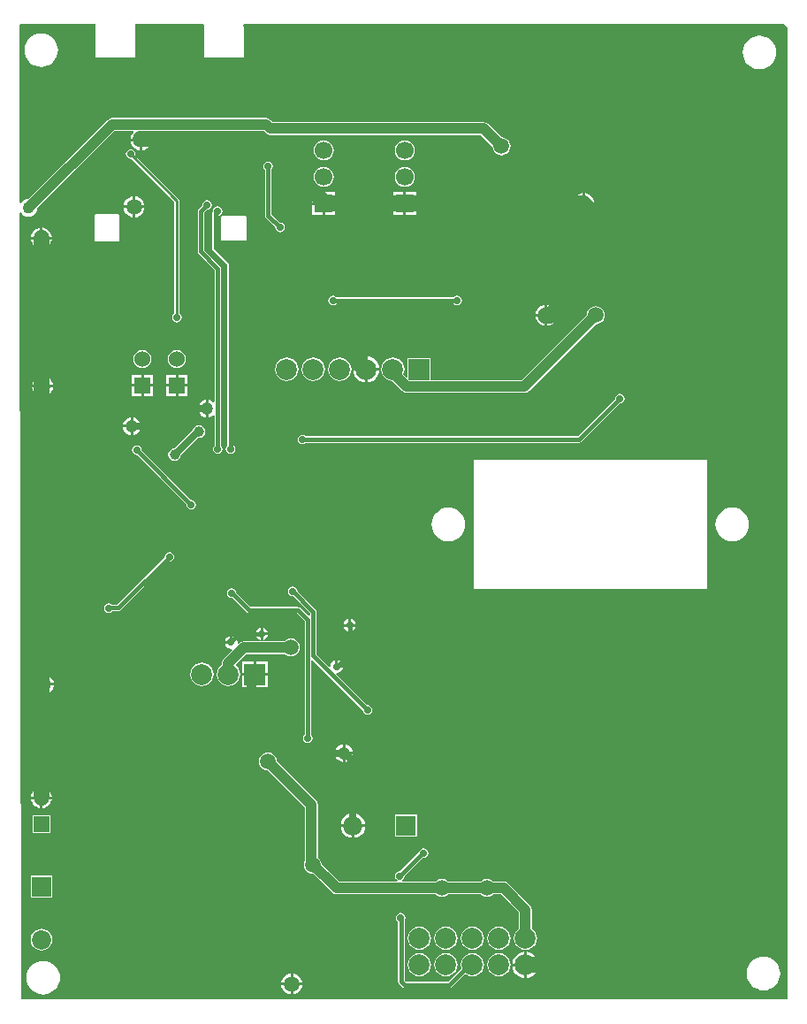
<source format=gbl>
%FSLAX25Y25*%
%MOIN*%
G70*
G01*
G75*
G04 Layer_Physical_Order=2*
G04 Layer_Color=16711680*
%ADD10R,0.04921X0.04921*%
%ADD11R,0.03150X0.03150*%
%ADD12R,0.31496X0.08661*%
%ADD13R,0.06299X0.08583*%
%ADD14R,0.02362X0.07874*%
%ADD15R,0.04921X0.04921*%
%ADD16R,0.02362X0.05906*%
%ADD17R,0.04921X0.04331*%
%ADD18R,0.03150X0.03150*%
%ADD19R,0.07874X0.03937*%
G04:AMPARAMS|DCode=20|XSize=78.74mil|YSize=39.37mil|CornerRadius=9.84mil|HoleSize=0mil|Usage=FLASHONLY|Rotation=0.000|XOffset=0mil|YOffset=0mil|HoleType=Round|Shape=RoundedRectangle|*
%AMROUNDEDRECTD20*
21,1,0.07874,0.01969,0,0,0.0*
21,1,0.05906,0.03937,0,0,0.0*
1,1,0.01969,0.02953,-0.00984*
1,1,0.01969,-0.02953,-0.00984*
1,1,0.01969,-0.02953,0.00984*
1,1,0.01969,0.02953,0.00984*
%
%ADD20ROUNDEDRECTD20*%
%ADD21R,0.07874X0.03543*%
%ADD22R,0.02756X0.07874*%
%ADD23R,0.03150X0.07874*%
%ADD24R,0.05276X0.07087*%
%ADD25R,0.03937X0.04921*%
%ADD26R,0.06102X0.02362*%
%ADD27O,0.06102X0.02362*%
%ADD28C,0.03937*%
%ADD29C,0.01575*%
%ADD30C,0.01000*%
%ADD31C,0.05906*%
%ADD32C,0.02362*%
%ADD33C,0.03150*%
%ADD34C,0.02756*%
%ADD35C,0.06000*%
%ADD36R,0.06000X0.06000*%
%ADD37R,0.07284X0.07284*%
%ADD38C,0.07284*%
%ADD39R,0.07284X0.07284*%
%ADD40C,0.07874*%
%ADD41C,0.06693*%
%ADD42R,0.06693X0.06693*%
%ADD43R,0.07874X0.07874*%
%ADD44C,0.05906*%
%ADD45R,0.05906X0.05906*%
%ADD46C,0.04724*%
%ADD47C,0.02756*%
%ADD48C,0.03937*%
%ADD49C,0.04331*%
G36*
X289764Y366535D02*
Y394D01*
X289764Y394D01*
X289764Y394D01*
X289601Y0D01*
X787D01*
X152Y296544D01*
X498Y296687D01*
X626Y296730D01*
X1157Y296039D01*
X1856Y295502D01*
X2670Y295165D01*
X3543Y295050D01*
X4417Y295165D01*
X5231Y295502D01*
X5930Y296039D01*
X6466Y296738D01*
X6804Y297552D01*
X6914Y298390D01*
X36037Y327513D01*
X43062D01*
X43223Y327039D01*
X43075Y326925D01*
X42441Y326100D01*
X42043Y325138D01*
X41973Y324606D01*
X49815D01*
X49745Y325138D01*
X49346Y326100D01*
X48713Y326925D01*
X48564Y327039D01*
X48725Y327513D01*
X92132D01*
X93002Y326643D01*
X93783Y326121D01*
X93783Y326121D01*
X93783Y326121D01*
D01*
X93783Y326121D01*
X93783Y326121D01*
X94705Y325938D01*
X174199D01*
X178519Y321618D01*
X178629Y320780D01*
X178967Y319966D01*
X179503Y319267D01*
X180202Y318730D01*
X181016Y318393D01*
X181890Y318278D01*
X182763Y318393D01*
X183577Y318730D01*
X184276Y319267D01*
X184813Y319966D01*
X185150Y320780D01*
X185265Y321654D01*
X185150Y322527D01*
X184813Y323341D01*
X184276Y324040D01*
X183577Y324577D01*
X182763Y324914D01*
X181925Y325024D01*
X176900Y330049D01*
X176119Y330572D01*
X175197Y330755D01*
X95702D01*
X94833Y331624D01*
X94052Y332146D01*
X93130Y332330D01*
X35039D01*
X34118Y332146D01*
X33336Y331624D01*
X3508Y301796D01*
X2670Y301686D01*
X1856Y301348D01*
X1157Y300812D01*
X620Y300113D01*
X144Y300310D01*
X1Y367363D01*
X354Y367717D01*
X28631D01*
X28833Y367231D01*
D01*
D01*
X28708Y366929D01*
Y355512D01*
X28833Y355210D01*
X29134Y355086D01*
X43307D01*
X43608Y355210D01*
X43733Y355512D01*
Y366929D01*
X43608Y367230D01*
Y367231D01*
Y367231D01*
X43810Y367717D01*
X69576D01*
X69777Y367231D01*
D01*
D01*
X69653Y366929D01*
Y355512D01*
X69777Y355210D01*
X70079Y355086D01*
X84252D01*
X84553Y355210D01*
X84678Y355512D01*
Y366929D01*
X84553Y367230D01*
Y367231D01*
Y367231D01*
X84755Y367717D01*
X288583D01*
X289764Y366535D01*
D02*
G37*
%LPC*%
G36*
X93831Y127543D02*
X89394D01*
Y123106D01*
X93831D01*
Y127543D01*
D02*
G37*
G36*
X120185Y127916D02*
Y126091D01*
X122010D01*
X121925Y126518D01*
X121399Y127305D01*
X120613Y127831D01*
X120185Y127916D01*
D02*
G37*
G36*
X10343Y122223D02*
Y119398D01*
X13168D01*
X13118Y119775D01*
X12779Y120593D01*
X12241Y121296D01*
X11538Y121835D01*
X10720Y122173D01*
X10343Y122223D01*
D02*
G37*
G36*
X88394Y127543D02*
X83957D01*
Y123106D01*
X88394D01*
Y127543D01*
D02*
G37*
G36*
X91024Y137421D02*
X89198D01*
X89284Y136993D01*
X89809Y136207D01*
X90596Y135681D01*
X91024Y135596D01*
Y137421D01*
D02*
G37*
G36*
X93849D02*
X92024D01*
Y135596D01*
X92451Y135681D01*
X93238Y136207D01*
X93764Y136993D01*
X93849Y137421D01*
D02*
G37*
G36*
X80421Y136971D02*
Y134646D01*
X79921D01*
Y134146D01*
X77596D01*
X77681Y133718D01*
X78207Y132931D01*
X78993Y132406D01*
X79921Y132221D01*
X80153Y132267D01*
X80389Y131826D01*
X77191Y128628D01*
X76669Y127847D01*
X76485Y126925D01*
Y126217D01*
X75805Y125695D01*
X75111Y124790D01*
X74674Y123737D01*
X74526Y122606D01*
X74674Y121476D01*
X75111Y120422D01*
X75805Y119518D01*
X76710Y118823D01*
X77763Y118387D01*
X78894Y118238D01*
X80024Y118387D01*
X81078Y118823D01*
X81982Y119518D01*
X82677Y120422D01*
X83113Y121476D01*
X83262Y122606D01*
X83113Y123737D01*
X82677Y124790D01*
X81982Y125695D01*
X81767Y125861D01*
X81734Y126359D01*
X85643Y130269D01*
X100258D01*
X100801Y129852D01*
X101615Y129515D01*
X102488Y129400D01*
X103362Y129515D01*
X104176Y129852D01*
X104875Y130389D01*
X105411Y131088D01*
X105748Y131902D01*
X105863Y132776D01*
X105748Y133649D01*
X105411Y134463D01*
X104875Y135162D01*
X104176Y135699D01*
X103362Y136036D01*
X102488Y136151D01*
X101615Y136036D01*
X100801Y135699D01*
X100101Y135162D01*
X100043Y135086D01*
X92008D01*
X92007Y135086D01*
X91040D01*
X91040Y135086D01*
X84646D01*
X83724Y134902D01*
X82943Y134380D01*
X82741Y134178D01*
X82300Y134414D01*
X82346Y134646D01*
X82161Y135573D01*
X81636Y136360D01*
X80849Y136886D01*
X80421Y136971D01*
D02*
G37*
G36*
X79421D02*
X78993Y136886D01*
X78207Y136360D01*
X77681Y135573D01*
X77596Y135146D01*
X79421D01*
Y136971D01*
D02*
G37*
G36*
X9342Y118398D02*
X6517D01*
X6567Y118020D01*
X6906Y117202D01*
X7445Y116500D01*
X8147Y115961D01*
X8965Y115622D01*
X9342Y115572D01*
Y118398D01*
D02*
G37*
G36*
X13168D02*
X10343D01*
Y115572D01*
X10720Y115622D01*
X11538Y115961D01*
X12241Y116500D01*
X12779Y117202D01*
X13118Y118020D01*
X13168Y118398D01*
D02*
G37*
G36*
X121941Y96239D02*
X121563Y96189D01*
X120745Y95850D01*
X120043Y95311D01*
X119504Y94609D01*
X119165Y93791D01*
X119116Y93413D01*
X121941D01*
Y96239D01*
D02*
G37*
G36*
X122941D02*
Y93413D01*
X125766D01*
X125717Y93791D01*
X125378Y94609D01*
X124839Y95311D01*
X124136Y95850D01*
X123319Y96189D01*
X122941Y96239D01*
D02*
G37*
G36*
X68894Y126974D02*
X67763Y126825D01*
X66710Y126389D01*
X65805Y125695D01*
X65111Y124790D01*
X64675Y123737D01*
X64526Y122606D01*
X64675Y121476D01*
X65111Y120422D01*
X65805Y119518D01*
X66710Y118823D01*
X67763Y118387D01*
X68894Y118238D01*
X70024Y118387D01*
X71078Y118823D01*
X71982Y119518D01*
X72677Y120422D01*
X73113Y121476D01*
X73262Y122606D01*
X73113Y123737D01*
X72677Y124790D01*
X71982Y125695D01*
X71078Y126389D01*
X70024Y126825D01*
X68894Y126974D01*
D02*
G37*
G36*
X9342Y122223D02*
X8965Y122173D01*
X8147Y121835D01*
X7445Y121296D01*
X6906Y120593D01*
X6567Y119775D01*
X6517Y119398D01*
X9342D01*
Y122223D01*
D02*
G37*
G36*
X88394Y122106D02*
X83957D01*
Y117669D01*
X88394D01*
Y122106D01*
D02*
G37*
G36*
X93831D02*
X89394D01*
Y117669D01*
X93831D01*
Y122106D01*
D02*
G37*
G36*
X268898Y185464D02*
X267663Y185342D01*
X266475Y184982D01*
X265381Y184397D01*
X264422Y183610D01*
X263635Y182650D01*
X263050Y181556D01*
X262690Y180369D01*
X262568Y179134D01*
X262690Y177899D01*
X263050Y176712D01*
X263635Y175617D01*
X264422Y174658D01*
X265381Y173871D01*
X266475Y173286D01*
X267663Y172926D01*
X268898Y172804D01*
X270132Y172926D01*
X271320Y173286D01*
X272414Y173871D01*
X273373Y174658D01*
X274161Y175617D01*
X274745Y176712D01*
X275106Y177899D01*
X275227Y179134D01*
X275106Y180369D01*
X274745Y181556D01*
X274161Y182650D01*
X273373Y183610D01*
X272414Y184397D01*
X271320Y184982D01*
X270132Y185342D01*
X268898Y185464D01*
D02*
G37*
G36*
X44394Y208913D02*
X43702Y208775D01*
X43116Y208384D01*
X42725Y207798D01*
X42587Y207106D01*
X42725Y206415D01*
X43116Y205829D01*
X43702Y205437D01*
X44394Y205300D01*
X44480Y205317D01*
X63104Y186693D01*
X63087Y186606D01*
X63225Y185915D01*
X63616Y185329D01*
X64202Y184937D01*
X64894Y184800D01*
X65585Y184937D01*
X66171Y185329D01*
X66563Y185915D01*
X66700Y186606D01*
X66563Y187298D01*
X66171Y187884D01*
X65585Y188275D01*
X64894Y188413D01*
X64807Y188396D01*
X46183Y207020D01*
X46200Y207106D01*
X46063Y207798D01*
X45671Y208384D01*
X45085Y208775D01*
X44394Y208913D01*
D02*
G37*
G36*
X56626Y168728D02*
X55935Y168590D01*
X55349Y168199D01*
X54957Y167613D01*
X54820Y166921D01*
X54837Y166835D01*
X36844Y148842D01*
X35112D01*
X35069Y148907D01*
X34483Y149299D01*
X33791Y149436D01*
X33100Y149299D01*
X32514Y148907D01*
X32122Y148321D01*
X31985Y147630D01*
X32122Y146939D01*
X32514Y146353D01*
X33100Y145961D01*
X33791Y145824D01*
X34483Y145961D01*
X35069Y146353D01*
X35123Y146434D01*
X37343D01*
X37343Y146433D01*
X37803Y146525D01*
X38194Y146786D01*
X56540Y165132D01*
X56626Y165115D01*
X57317Y165252D01*
X57903Y165644D01*
X58295Y166230D01*
X58432Y166921D01*
X58295Y167613D01*
X57903Y168199D01*
X57317Y168590D01*
X56626Y168728D01*
D02*
G37*
G36*
X161811Y185464D02*
X160576Y185342D01*
X159389Y184982D01*
X158294Y184397D01*
X157335Y183610D01*
X156548Y182650D01*
X155963Y181556D01*
X155603Y180369D01*
X155481Y179134D01*
X155603Y177899D01*
X155963Y176712D01*
X156548Y175617D01*
X157335Y174658D01*
X158294Y173871D01*
X159389Y173286D01*
X160576Y172926D01*
X161811Y172804D01*
X163046Y172926D01*
X164233Y173286D01*
X165328Y173871D01*
X166287Y174658D01*
X167074Y175617D01*
X167659Y176712D01*
X168019Y177899D01*
X168141Y179134D01*
X168019Y180369D01*
X167659Y181556D01*
X167074Y182650D01*
X166287Y183610D01*
X165328Y184397D01*
X164233Y184982D01*
X163046Y185342D01*
X161811Y185464D01*
D02*
G37*
G36*
X42020Y215642D02*
X39194D01*
X39244Y215264D01*
X39583Y214446D01*
X40122Y213744D01*
X40824Y213205D01*
X41642Y212866D01*
X42020Y212816D01*
Y215642D01*
D02*
G37*
G36*
X45845D02*
X43020D01*
Y212816D01*
X43397Y212866D01*
X44215Y213205D01*
X44918Y213744D01*
X45456Y214446D01*
X45795Y215264D01*
X45845Y215642D01*
D02*
G37*
G36*
X74803Y299050D02*
X74112Y298913D01*
X73526Y298521D01*
X73134Y297935D01*
X72997Y297244D01*
X73025Y297100D01*
X72903Y296918D01*
X72812Y296457D01*
X72812Y296457D01*
Y283416D01*
X72812Y283416D01*
X72903Y282956D01*
X73164Y282565D01*
X78508Y277221D01*
Y208932D01*
X78435Y208884D01*
X78044Y208298D01*
X77906Y207606D01*
X78044Y206915D01*
X78435Y206329D01*
X79021Y205937D01*
X79713Y205800D01*
X80404Y205937D01*
X80990Y206329D01*
X81381Y206915D01*
X81519Y207606D01*
X81381Y208298D01*
X80990Y208884D01*
X80917Y208932D01*
Y277719D01*
X80825Y278180D01*
X80564Y278571D01*
X80564Y278571D01*
X75220Y283915D01*
Y295521D01*
X75494Y295575D01*
X76080Y295967D01*
X76472Y296553D01*
X76609Y297244D01*
X76472Y297935D01*
X76080Y298521D01*
X75494Y298913D01*
X74803Y299050D01*
D02*
G37*
G36*
X67716Y216582D02*
X66795Y216398D01*
X66013Y215876D01*
X65491Y215095D01*
X65442Y214847D01*
X58479Y207884D01*
X57740Y207737D01*
X56958Y207215D01*
X56436Y206434D01*
X56253Y205512D01*
X56436Y204590D01*
X56958Y203809D01*
X57740Y203287D01*
X58661Y203103D01*
X59583Y203287D01*
X60365Y203809D01*
X60887Y204590D01*
X61034Y205329D01*
X67510Y211806D01*
X67716Y211765D01*
X68638Y211948D01*
X69420Y212470D01*
X69942Y213251D01*
X70125Y214173D01*
X69942Y215095D01*
X69420Y215876D01*
X68638Y216398D01*
X67716Y216582D01*
D02*
G37*
G36*
X124094Y140571D02*
X122269D01*
X122354Y140143D01*
X122880Y139357D01*
X123667Y138831D01*
X124094Y138746D01*
Y140571D01*
D02*
G37*
G36*
X126920D02*
X125094D01*
Y138746D01*
X125522Y138831D01*
X126309Y139357D01*
X126834Y140143D01*
X126920Y140571D01*
D02*
G37*
G36*
X91024Y140246D02*
X90596Y140161D01*
X89809Y139636D01*
X89284Y138849D01*
X89198Y138421D01*
X91024D01*
Y140246D01*
D02*
G37*
G36*
X92024D02*
Y138421D01*
X93849D01*
X93764Y138849D01*
X93238Y139636D01*
X92451Y140161D01*
X92024Y140246D01*
D02*
G37*
G36*
X103150Y155743D02*
X102458Y155606D01*
X101872Y155214D01*
X101481Y154628D01*
X101343Y153937D01*
X101481Y153246D01*
X101872Y152660D01*
X102458Y152268D01*
X103150Y152131D01*
X103236Y152148D01*
X109611Y145773D01*
Y144714D01*
X109149Y144523D01*
X105970Y147702D01*
X105579Y147963D01*
X105118Y148055D01*
X105118Y148055D01*
X87113D01*
X81909Y153258D01*
X81913Y153276D01*
X81775Y153967D01*
X81384Y154553D01*
X80798Y154945D01*
X80106Y155082D01*
X79415Y154945D01*
X78829Y154553D01*
X78437Y153967D01*
X78300Y153276D01*
X78437Y152584D01*
X78829Y151998D01*
X79415Y151607D01*
X80106Y151469D01*
X80261Y151500D01*
X85763Y145999D01*
X86153Y145738D01*
X86614Y145646D01*
X86614Y145646D01*
X104619D01*
X107642Y142623D01*
Y99877D01*
X107569Y99828D01*
X107178Y99242D01*
X107040Y98551D01*
X107178Y97860D01*
X107569Y97274D01*
X108155Y96882D01*
X108846Y96745D01*
X109538Y96882D01*
X110124Y97274D01*
X110515Y97860D01*
X110653Y98551D01*
X110515Y99242D01*
X110124Y99828D01*
X110051Y99877D01*
Y128061D01*
X110513Y128253D01*
X129498Y109267D01*
X129481Y109181D01*
X129619Y108490D01*
X130010Y107904D01*
X130596Y107512D01*
X131287Y107375D01*
X131979Y107512D01*
X132565Y107904D01*
X132956Y108490D01*
X133094Y109181D01*
X132956Y109872D01*
X132565Y110458D01*
X131979Y110850D01*
X131287Y110987D01*
X131201Y110970D01*
X119446Y122726D01*
X119682Y123167D01*
X119685Y123166D01*
X120613Y123351D01*
X121399Y123876D01*
X121925Y124663D01*
X122010Y125091D01*
X119685D01*
Y125591D01*
X119185D01*
Y127916D01*
X118757Y127831D01*
X117971Y127305D01*
X117445Y126518D01*
X117261Y125591D01*
X117261Y125587D01*
X116820Y125351D01*
X112019Y130152D01*
Y146272D01*
X112019Y146272D01*
X111927Y146732D01*
X111667Y147123D01*
X111667Y147123D01*
X104939Y153851D01*
X104956Y153937D01*
X104818Y154628D01*
X104427Y155214D01*
X103841Y155606D01*
X103150Y155743D01*
D02*
G37*
G36*
X259449Y203543D02*
X171260D01*
Y154724D01*
X259449D01*
Y203543D01*
D02*
G37*
G36*
X124094Y143396D02*
X123667Y143311D01*
X122880Y142785D01*
X122354Y141999D01*
X122269Y141571D01*
X124094D01*
Y143396D01*
D02*
G37*
G36*
X125094D02*
Y141571D01*
X126920D01*
X126834Y141999D01*
X126309Y142785D01*
X125522Y143311D01*
X125094Y143396D01*
D02*
G37*
G36*
X125766Y92413D02*
X122941D01*
Y89588D01*
X123319Y89638D01*
X124136Y89977D01*
X124839Y90515D01*
X125378Y91218D01*
X125717Y92036D01*
X125766Y92413D01*
D02*
G37*
G36*
X143886Y32641D02*
X143195Y32504D01*
X142608Y32112D01*
X142217Y31526D01*
X142079Y30835D01*
X142217Y30143D01*
X142608Y29557D01*
X142890Y29369D01*
Y6693D01*
X142890Y6693D01*
X142982Y6232D01*
X143243Y5841D01*
X144424Y4660D01*
X144424Y4660D01*
X144815Y4399D01*
X144815Y4399D01*
X144815Y4399D01*
D01*
X144815Y4399D01*
X144815Y4399D01*
X145276Y4308D01*
X145276Y4308D01*
X162205D01*
X162205Y4308D01*
X162666Y4399D01*
X163056Y4660D01*
X168149Y9753D01*
X168710Y9323D01*
X169763Y8887D01*
X170894Y8738D01*
X172024Y8887D01*
X173078Y9323D01*
X173982Y10018D01*
X174677Y10922D01*
X175113Y11976D01*
X175262Y13106D01*
X175113Y14237D01*
X174677Y15290D01*
X173982Y16195D01*
X173078Y16889D01*
X172024Y17325D01*
X170894Y17474D01*
X169763Y17325D01*
X168710Y16889D01*
X167805Y16195D01*
X167111Y15290D01*
X166674Y14237D01*
X166526Y13106D01*
X166674Y11976D01*
X166760Y11770D01*
X161706Y6716D01*
X145774D01*
X145299Y7192D01*
Y29760D01*
X145555Y30143D01*
X145692Y30835D01*
X145555Y31526D01*
X145163Y32112D01*
X144577Y32504D01*
X143886Y32641D01*
D02*
G37*
G36*
X180894Y17474D02*
X179763Y17325D01*
X178710Y16889D01*
X177805Y16195D01*
X177111Y15290D01*
X176674Y14237D01*
X176526Y13106D01*
X176674Y11976D01*
X177111Y10922D01*
X177805Y10018D01*
X178710Y9323D01*
X179763Y8887D01*
X180894Y8738D01*
X182024Y8887D01*
X183078Y9323D01*
X183982Y10018D01*
X184677Y10922D01*
X185113Y11976D01*
X185262Y13106D01*
X185113Y14237D01*
X184677Y15290D01*
X183982Y16195D01*
X183078Y16889D01*
X182024Y17325D01*
X180894Y17474D01*
D02*
G37*
G36*
X150894D02*
X149763Y17325D01*
X148710Y16889D01*
X147805Y16195D01*
X147111Y15290D01*
X146675Y14237D01*
X146526Y13106D01*
X146675Y11976D01*
X147111Y10922D01*
X147805Y10018D01*
X148710Y9323D01*
X149763Y8887D01*
X150894Y8738D01*
X152024Y8887D01*
X153078Y9323D01*
X153982Y10018D01*
X154677Y10922D01*
X155113Y11976D01*
X155262Y13106D01*
X155113Y14237D01*
X154677Y15290D01*
X153982Y16195D01*
X153078Y16889D01*
X152024Y17325D01*
X150894Y17474D01*
D02*
G37*
G36*
X160894D02*
X159763Y17325D01*
X158710Y16889D01*
X157805Y16195D01*
X157111Y15290D01*
X156675Y14237D01*
X156526Y13106D01*
X156675Y11976D01*
X157111Y10922D01*
X157805Y10018D01*
X158710Y9323D01*
X159763Y8887D01*
X160894Y8738D01*
X162024Y8887D01*
X163078Y9323D01*
X163982Y10018D01*
X164677Y10922D01*
X165113Y11976D01*
X165262Y13106D01*
X165113Y14237D01*
X164677Y15290D01*
X163982Y16195D01*
X163078Y16889D01*
X162024Y17325D01*
X160894Y17474D01*
D02*
G37*
G36*
X8394Y26676D02*
X7340Y26538D01*
X6359Y26131D01*
X5516Y25484D01*
X4869Y24641D01*
X4462Y23660D01*
X4323Y22606D01*
X4462Y21553D01*
X4869Y20571D01*
X5516Y19728D01*
X6359Y19081D01*
X7340Y18675D01*
X8394Y18536D01*
X9447Y18675D01*
X10429Y19081D01*
X11272Y19728D01*
X11919Y20571D01*
X12325Y21553D01*
X12464Y22606D01*
X12325Y23660D01*
X11919Y24641D01*
X11272Y25484D01*
X10429Y26131D01*
X9447Y26538D01*
X8394Y26676D01*
D02*
G37*
G36*
X150894Y27474D02*
X149763Y27325D01*
X148710Y26889D01*
X147805Y26195D01*
X147111Y25290D01*
X146675Y24237D01*
X146526Y23106D01*
X146675Y21976D01*
X147111Y20922D01*
X147805Y20018D01*
X148710Y19323D01*
X149763Y18887D01*
X150894Y18738D01*
X152024Y18887D01*
X153078Y19323D01*
X153982Y20018D01*
X154677Y20922D01*
X155113Y21976D01*
X155262Y23106D01*
X155113Y24237D01*
X154677Y25290D01*
X153982Y26195D01*
X153078Y26889D01*
X152024Y27325D01*
X150894Y27474D01*
D02*
G37*
G36*
X190394Y18020D02*
X189605Y17916D01*
X188404Y17419D01*
X187373Y16627D01*
X186581Y15596D01*
X186084Y14395D01*
X185980Y13606D01*
X190394D01*
Y18020D01*
D02*
G37*
G36*
X191394D02*
Y13606D01*
X195808D01*
X195704Y14395D01*
X195206Y15596D01*
X194415Y16627D01*
X193384Y17419D01*
X192183Y17916D01*
X191394Y18020D01*
D02*
G37*
G36*
X106677Y5406D02*
X103256D01*
Y1984D01*
X103788Y2055D01*
X104749Y2453D01*
X105575Y3086D01*
X106209Y3912D01*
X106607Y4874D01*
X106677Y5406D01*
D02*
G37*
G36*
X280709Y16172D02*
X279474Y16051D01*
X278286Y15690D01*
X277192Y15105D01*
X276233Y14318D01*
X275446Y13359D01*
X274861Y12265D01*
X274501Y11077D01*
X274379Y9843D01*
X274501Y8608D01*
X274861Y7420D01*
X275446Y6326D01*
X276233Y5367D01*
X277192Y4580D01*
X278286Y3995D01*
X279474Y3634D01*
X280709Y3513D01*
X281943Y3634D01*
X283131Y3995D01*
X284225Y4580D01*
X285184Y5367D01*
X285972Y6326D01*
X286557Y7420D01*
X286917Y8608D01*
X287038Y9843D01*
X286917Y11077D01*
X286557Y12265D01*
X285972Y13359D01*
X285184Y14318D01*
X284225Y15105D01*
X283131Y15690D01*
X281943Y16051D01*
X280709Y16172D01*
D02*
G37*
G36*
X9055Y14597D02*
X7820Y14476D01*
X6633Y14116D01*
X5539Y13531D01*
X4579Y12743D01*
X3792Y11784D01*
X3207Y10690D01*
X2847Y9503D01*
X2725Y8268D01*
X2847Y7033D01*
X3207Y5845D01*
X3792Y4751D01*
X4579Y3792D01*
X5539Y3005D01*
X6633Y2420D01*
X7820Y2060D01*
X9055Y1938D01*
X10290Y2060D01*
X11477Y2420D01*
X12572Y3005D01*
X13531Y3792D01*
X14318Y4751D01*
X14903Y5845D01*
X15263Y7033D01*
X15385Y8268D01*
X15263Y9503D01*
X14903Y10690D01*
X14318Y11784D01*
X13531Y12743D01*
X12572Y13531D01*
X11477Y14116D01*
X10290Y14476D01*
X9055Y14597D01*
D02*
G37*
G36*
X102256Y5406D02*
X98835D01*
X98905Y4874D01*
X99303Y3912D01*
X99937Y3086D01*
X100762Y2453D01*
X101724Y2055D01*
X102256Y1984D01*
Y5406D01*
D02*
G37*
G36*
X190394Y12606D02*
X185980D01*
X186084Y11817D01*
X186581Y10616D01*
X187373Y9585D01*
X188404Y8794D01*
X189605Y8296D01*
X190394Y8192D01*
Y12606D01*
D02*
G37*
G36*
X195808D02*
X191394D01*
Y8192D01*
X192183Y8296D01*
X193384Y8794D01*
X194415Y9585D01*
X195206Y10616D01*
X195704Y11817D01*
X195808Y12606D01*
D02*
G37*
G36*
X102256Y9826D02*
X101724Y9757D01*
X100762Y9358D01*
X99937Y8725D01*
X99303Y7899D01*
X98905Y6937D01*
X98835Y6406D01*
X102256D01*
Y9826D01*
D02*
G37*
G36*
X103256D02*
Y6406D01*
X106677D01*
X106607Y6937D01*
X106209Y7899D01*
X105575Y8725D01*
X104749Y9358D01*
X103788Y9757D01*
X103256Y9826D01*
D02*
G37*
G36*
X126394Y70222D02*
Y66106D01*
X130510D01*
X130416Y66818D01*
X129948Y67947D01*
X129204Y68917D01*
X128235Y69661D01*
X127105Y70129D01*
X126394Y70222D01*
D02*
G37*
G36*
X7894Y75606D02*
X4473D01*
X4543Y75074D01*
X4941Y74113D01*
X5575Y73287D01*
X6400Y72654D01*
X7362Y72255D01*
X7894Y72185D01*
Y75606D01*
D02*
G37*
G36*
X11740Y69453D02*
X5047D01*
Y62760D01*
X11740D01*
Y69453D01*
D02*
G37*
G36*
X125394Y70222D02*
X124682Y70129D01*
X123553Y69661D01*
X122583Y68917D01*
X121839Y67947D01*
X121371Y66818D01*
X121278Y66106D01*
X125394D01*
Y70222D01*
D02*
G37*
G36*
X8894Y80027D02*
Y76606D01*
X12315D01*
X12245Y77138D01*
X11846Y78100D01*
X11213Y78925D01*
X10387Y79559D01*
X9426Y79957D01*
X8894Y80027D01*
D02*
G37*
G36*
X121941Y92413D02*
X119116D01*
X119165Y92036D01*
X119504Y91218D01*
X120043Y90515D01*
X120745Y89977D01*
X121563Y89638D01*
X121941Y89588D01*
Y92413D01*
D02*
G37*
G36*
X12315Y75606D02*
X8894D01*
Y72185D01*
X9426Y72255D01*
X10387Y72654D01*
X11213Y73287D01*
X11846Y74113D01*
X12245Y75074D01*
X12315Y75606D01*
D02*
G37*
G36*
X7894Y80027D02*
X7362Y79957D01*
X6400Y79559D01*
X5575Y78925D01*
X4941Y78100D01*
X4543Y77138D01*
X4473Y76606D01*
X7894D01*
Y80027D01*
D02*
G37*
G36*
X180894Y27474D02*
X179763Y27325D01*
X178710Y26889D01*
X177805Y26195D01*
X177111Y25290D01*
X176674Y24237D01*
X176526Y23106D01*
X176674Y21976D01*
X177111Y20922D01*
X177805Y20018D01*
X178710Y19323D01*
X179763Y18887D01*
X180894Y18738D01*
X182024Y18887D01*
X183078Y19323D01*
X183982Y20018D01*
X184677Y20922D01*
X185113Y21976D01*
X185262Y23106D01*
X185113Y24237D01*
X184677Y25290D01*
X183982Y26195D01*
X183078Y26889D01*
X182024Y27325D01*
X180894Y27474D01*
D02*
G37*
G36*
X12429Y46642D02*
X4358D01*
Y38571D01*
X12429D01*
Y46642D01*
D02*
G37*
G36*
X160894Y27474D02*
X159763Y27325D01*
X158710Y26889D01*
X157805Y26195D01*
X157111Y25290D01*
X156675Y24237D01*
X156526Y23106D01*
X156675Y21976D01*
X157111Y20922D01*
X157805Y20018D01*
X158710Y19323D01*
X159763Y18887D01*
X160894Y18738D01*
X162024Y18887D01*
X163078Y19323D01*
X163982Y20018D01*
X164677Y20922D01*
X165113Y21976D01*
X165262Y23106D01*
X165113Y24237D01*
X164677Y25290D01*
X163982Y26195D01*
X163078Y26889D01*
X162024Y27325D01*
X160894Y27474D01*
D02*
G37*
G36*
X170894D02*
X169763Y27325D01*
X168710Y26889D01*
X167805Y26195D01*
X167111Y25290D01*
X166674Y24237D01*
X166526Y23106D01*
X166674Y21976D01*
X167111Y20922D01*
X167805Y20018D01*
X168710Y19323D01*
X169763Y18887D01*
X170894Y18738D01*
X172024Y18887D01*
X173078Y19323D01*
X173982Y20018D01*
X174677Y20922D01*
X175113Y21976D01*
X175262Y23106D01*
X175113Y24237D01*
X174677Y25290D01*
X173982Y26195D01*
X173078Y26889D01*
X172024Y27325D01*
X170894Y27474D01*
D02*
G37*
G36*
X130510Y65106D02*
X126394D01*
Y60990D01*
X127105Y61084D01*
X128235Y61552D01*
X129204Y62296D01*
X129948Y63265D01*
X130416Y64395D01*
X130510Y65106D01*
D02*
G37*
G36*
X149929Y69642D02*
X141858D01*
Y61571D01*
X149929D01*
Y69642D01*
D02*
G37*
G36*
X93827Y93238D02*
X92953Y93123D01*
X92139Y92785D01*
X91440Y92249D01*
X90904Y91550D01*
X90566Y90736D01*
X90451Y89862D01*
X90566Y88989D01*
X90904Y88174D01*
X91440Y87476D01*
X92139Y86939D01*
X92953Y86602D01*
X93791Y86492D01*
X107828Y72455D01*
Y52633D01*
X107707Y52475D01*
X107370Y51661D01*
X107255Y50787D01*
X107370Y49914D01*
X107707Y49100D01*
X108243Y48401D01*
X108942Y47864D01*
X109756Y47527D01*
X110630Y47412D01*
X110951Y47454D01*
X117982Y40423D01*
X117982D01*
X117982Y40423D01*
X117982D01*
X117982Y40423D01*
Y40423D01*
X117982Y40423D01*
Y40423D01*
X118763Y39901D01*
X119685Y39718D01*
X157090D01*
X157761Y39203D01*
X158575Y38866D01*
X159449Y38751D01*
X160322Y38866D01*
X161136Y39203D01*
X161807Y39718D01*
X174020D01*
X174690Y39203D01*
X175504Y38866D01*
X176378Y38751D01*
X177252Y38866D01*
X178066Y39203D01*
X178736Y39718D01*
X181679D01*
X188485Y32912D01*
Y26717D01*
X187805Y26195D01*
X187111Y25290D01*
X186674Y24237D01*
X186526Y23106D01*
X186674Y21976D01*
X187111Y20922D01*
X187805Y20018D01*
X188710Y19323D01*
X189763Y18887D01*
X190894Y18738D01*
X192024Y18887D01*
X193078Y19323D01*
X193982Y20018D01*
X194677Y20922D01*
X195113Y21976D01*
X195262Y23106D01*
X195113Y24237D01*
X194677Y25290D01*
X193982Y26195D01*
X193302Y26717D01*
Y33909D01*
X193119Y34831D01*
X192597Y35612D01*
X184380Y43829D01*
X183599Y44351D01*
X182677Y44535D01*
X178736D01*
X178066Y45049D01*
X177252Y45386D01*
X176378Y45501D01*
X175504Y45386D01*
X174690Y45049D01*
X174020Y44535D01*
X161807D01*
X161136Y45049D01*
X160322Y45386D01*
X159449Y45501D01*
X158575Y45386D01*
X157761Y45049D01*
X157090Y44535D01*
X144477D01*
X144332Y45013D01*
X144769Y45305D01*
X145161Y45891D01*
X145299Y46583D01*
X145281Y46669D01*
X152133Y53520D01*
X152547Y53438D01*
X153238Y53575D01*
X153824Y53967D01*
X154216Y54553D01*
X154354Y55244D01*
X154216Y55935D01*
X153824Y56521D01*
X153238Y56913D01*
X152547Y57051D01*
X151856Y56913D01*
X151270Y56521D01*
X150878Y55935D01*
X150813Y55607D01*
X143578Y48372D01*
X143492Y48389D01*
X142801Y48252D01*
X142215Y47860D01*
X141823Y47274D01*
X141686Y46583D01*
X141823Y45891D01*
X142215Y45305D01*
X142652Y45013D01*
X142507Y44535D01*
X120683D01*
X113941Y51276D01*
X113890Y51661D01*
X113553Y52475D01*
X113017Y53174D01*
X112645Y53460D01*
Y73453D01*
X112461Y74375D01*
X111939Y75156D01*
X97197Y89898D01*
X97087Y90736D01*
X96750Y91550D01*
X96214Y92249D01*
X95514Y92785D01*
X94700Y93123D01*
X93827Y93238D01*
D02*
G37*
G36*
X125394Y65106D02*
X121278D01*
X121371Y64395D01*
X121839Y63265D01*
X122583Y62296D01*
X123553Y61552D01*
X124682Y61084D01*
X125394Y60990D01*
Y65106D01*
D02*
G37*
G36*
X119240Y299606D02*
X115394D01*
Y295760D01*
X119240D01*
Y299606D01*
D02*
G37*
G36*
X144894D02*
X141047D01*
Y295760D01*
X144894D01*
Y299606D01*
D02*
G37*
G36*
X47228Y298319D02*
X43807D01*
Y294898D01*
X44339Y294968D01*
X45300Y295366D01*
X46126Y296000D01*
X46760Y296826D01*
X47158Y297787D01*
X47228Y298319D01*
D02*
G37*
G36*
X114394Y299606D02*
X110547D01*
Y295760D01*
X114394D01*
Y299606D01*
D02*
G37*
G36*
X216815D02*
X213394D01*
Y296185D01*
X213926Y296255D01*
X214887Y296654D01*
X215713Y297287D01*
X216346Y298113D01*
X216745Y299074D01*
X216815Y299606D01*
D02*
G37*
G36*
X70866Y301413D02*
X70175Y301275D01*
X69589Y300884D01*
X69197Y300298D01*
X69060Y299606D01*
X69077Y299520D01*
X67652Y298096D01*
X67391Y297705D01*
X67300Y297244D01*
X67300Y297244D01*
Y281996D01*
X67300Y281996D01*
X67391Y281535D01*
X67652Y281144D01*
X73690Y275108D01*
Y225471D01*
X73241Y225250D01*
X72562Y225771D01*
X71744Y226110D01*
X71366Y226160D01*
Y222835D01*
Y219509D01*
X71744Y219559D01*
X72562Y219898D01*
X73241Y220419D01*
X73690Y220198D01*
Y208932D01*
X73616Y208884D01*
X73225Y208298D01*
X73087Y207606D01*
X73225Y206915D01*
X73616Y206329D01*
X74202Y205937D01*
X74894Y205800D01*
X75585Y205937D01*
X76171Y206329D01*
X76563Y206915D01*
X76700Y207606D01*
X76563Y208298D01*
X76171Y208884D01*
X76098Y208932D01*
Y275606D01*
X76098Y275606D01*
X76006Y276067D01*
X75745Y276458D01*
X75745Y276458D01*
X69708Y282495D01*
Y296745D01*
X70780Y297817D01*
X70866Y297800D01*
X71557Y297937D01*
X72143Y298329D01*
X72535Y298915D01*
X72672Y299606D01*
X72535Y300298D01*
X72143Y300884D01*
X71557Y301275D01*
X70866Y301413D01*
D02*
G37*
G36*
X149740Y299606D02*
X145894D01*
Y295760D01*
X149740D01*
Y299606D01*
D02*
G37*
G36*
X212394D02*
X208973D01*
X209043Y299074D01*
X209441Y298113D01*
X210075Y297287D01*
X210900Y296654D01*
X211862Y296255D01*
X212394Y296185D01*
Y299606D01*
D02*
G37*
G36*
X37402Y296095D02*
X28740D01*
X28439Y295971D01*
X28314Y295669D01*
Y286221D01*
X28439Y285919D01*
X28740Y285794D01*
X37402D01*
X37703Y285919D01*
X37828Y286221D01*
Y295669D01*
X37703Y295971D01*
X37402Y296095D01*
D02*
G37*
G36*
X85433Y295308D02*
X76378D01*
X76077Y295183D01*
X75952Y294882D01*
Y286614D01*
X76077Y286313D01*
X76378Y286188D01*
X85433D01*
X85734Y286313D01*
X85859Y286614D01*
Y294882D01*
X85734Y295183D01*
X85433Y295308D01*
D02*
G37*
G36*
X7894Y286606D02*
X4473D01*
X4543Y286074D01*
X4941Y285113D01*
X5575Y284287D01*
X6400Y283654D01*
X7362Y283255D01*
X7894Y283185D01*
Y286606D01*
D02*
G37*
G36*
X12315D02*
X8894D01*
Y283185D01*
X9426Y283255D01*
X10387Y283654D01*
X11213Y284287D01*
X11846Y285113D01*
X12245Y286074D01*
X12315Y286606D01*
D02*
G37*
G36*
X93894Y315913D02*
X93202Y315775D01*
X92616Y315384D01*
X92225Y314798D01*
X92087Y314106D01*
X92225Y313415D01*
X92616Y312829D01*
X92690Y312780D01*
Y295606D01*
X92689Y295606D01*
X92781Y295146D01*
X93042Y294755D01*
X96605Y291193D01*
X96587Y291106D01*
X96725Y290415D01*
X97116Y289829D01*
X97702Y289437D01*
X98394Y289300D01*
X99085Y289437D01*
X99671Y289829D01*
X100063Y290415D01*
X100200Y291106D01*
X100063Y291798D01*
X99671Y292384D01*
X99085Y292775D01*
X98394Y292913D01*
X98308Y292896D01*
X95098Y296105D01*
Y312780D01*
X95171Y312829D01*
X95563Y313415D01*
X95700Y314106D01*
X95563Y314798D01*
X95171Y315384D01*
X94585Y315775D01*
X93894Y315913D01*
D02*
G37*
G36*
X42807Y298319D02*
X39386D01*
X39456Y297787D01*
X39854Y296826D01*
X40488Y296000D01*
X41314Y295366D01*
X42275Y294968D01*
X42807Y294898D01*
Y298319D01*
D02*
G37*
G36*
X7894Y291027D02*
X7362Y290957D01*
X6400Y290559D01*
X5575Y289925D01*
X4941Y289100D01*
X4543Y288138D01*
X4473Y287606D01*
X7894D01*
Y291027D01*
D02*
G37*
G36*
X8894D02*
Y287606D01*
X12315D01*
X12245Y288138D01*
X11846Y289100D01*
X11213Y289925D01*
X10387Y290559D01*
X9426Y290957D01*
X8894Y291027D01*
D02*
G37*
G36*
X114894Y323879D02*
X113917Y323750D01*
X113007Y323373D01*
X112226Y322774D01*
X111627Y321992D01*
X111250Y321083D01*
X111121Y320106D01*
X111250Y319130D01*
X111627Y318220D01*
X112226Y317439D01*
X113007Y316839D01*
X113917Y316462D01*
X114894Y316334D01*
X115870Y316462D01*
X116780Y316839D01*
X117561Y317439D01*
X118161Y318220D01*
X118538Y319130D01*
X118666Y320106D01*
X118538Y321083D01*
X118161Y321992D01*
X117561Y322774D01*
X116780Y323373D01*
X115870Y323750D01*
X114894Y323879D01*
D02*
G37*
G36*
X145394D02*
X144417Y323750D01*
X143508Y323373D01*
X142726Y322774D01*
X142127Y321992D01*
X141750Y321083D01*
X141621Y320106D01*
X141750Y319130D01*
X142127Y318220D01*
X142726Y317439D01*
X143508Y316839D01*
X144417Y316462D01*
X145394Y316334D01*
X146370Y316462D01*
X147280Y316839D01*
X148061Y317439D01*
X148661Y318220D01*
X149038Y319130D01*
X149166Y320106D01*
X149038Y321083D01*
X148661Y321992D01*
X148061Y322774D01*
X147280Y323373D01*
X146370Y323750D01*
X145394Y323879D01*
D02*
G37*
G36*
X114894Y313879D02*
X113917Y313750D01*
X113007Y313373D01*
X112226Y312774D01*
X111627Y311993D01*
X111250Y311083D01*
X111121Y310106D01*
X111250Y309130D01*
X111627Y308220D01*
X112226Y307439D01*
X113007Y306839D01*
X113917Y306462D01*
X114894Y306334D01*
X115870Y306462D01*
X116780Y306839D01*
X117561Y307439D01*
X118161Y308220D01*
X118538Y309130D01*
X118666Y310106D01*
X118538Y311083D01*
X118161Y311993D01*
X117561Y312774D01*
X116780Y313373D01*
X115870Y313750D01*
X114894Y313879D01*
D02*
G37*
G36*
X145394D02*
X144417Y313750D01*
X143508Y313373D01*
X142726Y312774D01*
X142127Y311993D01*
X141750Y311083D01*
X141621Y310106D01*
X141750Y309130D01*
X142127Y308220D01*
X142726Y307439D01*
X143508Y306839D01*
X144417Y306462D01*
X145394Y306334D01*
X146370Y306462D01*
X147280Y306839D01*
X148061Y307439D01*
X148661Y308220D01*
X149038Y309130D01*
X149166Y310106D01*
X149038Y311083D01*
X148661Y311993D01*
X148061Y312774D01*
X147280Y313373D01*
X146370Y313750D01*
X145394Y313879D01*
D02*
G37*
G36*
X279134Y363416D02*
X277899Y363295D01*
X276712Y362934D01*
X275617Y362350D01*
X274658Y361562D01*
X273871Y360603D01*
X273286Y359509D01*
X272926Y358321D01*
X272804Y357087D01*
X272926Y355852D01*
X273286Y354664D01*
X273871Y353570D01*
X274658Y352611D01*
X275617Y351824D01*
X276712Y351239D01*
X277899Y350879D01*
X279134Y350757D01*
X280369Y350879D01*
X281556Y351239D01*
X282650Y351824D01*
X283610Y352611D01*
X284397Y353570D01*
X284982Y354664D01*
X285342Y355852D01*
X285464Y357087D01*
X285342Y358321D01*
X284982Y359509D01*
X284397Y360603D01*
X283610Y361562D01*
X282650Y362350D01*
X281556Y362934D01*
X280369Y363295D01*
X279134Y363416D01*
D02*
G37*
G36*
X8268Y364204D02*
X7033Y364082D01*
X5845Y363722D01*
X4751Y363137D01*
X3792Y362350D01*
X3005Y361391D01*
X2420Y360296D01*
X2060Y359109D01*
X1938Y357874D01*
X2060Y356639D01*
X2420Y355452D01*
X3005Y354357D01*
X3792Y353398D01*
X4751Y352611D01*
X5845Y352026D01*
X7033Y351666D01*
X8268Y351544D01*
X9503Y351666D01*
X10690Y352026D01*
X11784Y352611D01*
X12743Y353398D01*
X13531Y354357D01*
X14116Y355452D01*
X14476Y356639D01*
X14597Y357874D01*
X14476Y359109D01*
X14116Y360296D01*
X13531Y361391D01*
X12743Y362350D01*
X11784Y363137D01*
X10690Y363722D01*
X9503Y364082D01*
X8268Y364204D01*
D02*
G37*
G36*
X45394Y323606D02*
X41973D01*
X42043Y323074D01*
X42441Y322113D01*
X43075Y321287D01*
X43900Y320654D01*
X44862Y320255D01*
X45394Y320185D01*
Y323606D01*
D02*
G37*
G36*
X49815D02*
X46394D01*
Y320185D01*
X46926Y320255D01*
X47887Y320654D01*
X48713Y321287D01*
X49346Y322113D01*
X49745Y323074D01*
X49815Y323606D01*
D02*
G37*
G36*
X114394Y304453D02*
X110547D01*
Y300606D01*
X114394D01*
Y304453D01*
D02*
G37*
G36*
X119240D02*
X115394D01*
Y300606D01*
X119240D01*
Y304453D01*
D02*
G37*
G36*
X42807Y302740D02*
X42275Y302670D01*
X41314Y302272D01*
X40488Y301638D01*
X39854Y300812D01*
X39456Y299851D01*
X39386Y299319D01*
X42807D01*
Y302740D01*
D02*
G37*
G36*
X43807D02*
Y299319D01*
X47228D01*
X47158Y299851D01*
X46760Y300812D01*
X46126Y301638D01*
X45300Y302272D01*
X44339Y302670D01*
X43807Y302740D01*
D02*
G37*
G36*
X212394Y304027D02*
X211862Y303957D01*
X210900Y303559D01*
X210075Y302925D01*
X209441Y302100D01*
X209043Y301138D01*
X208973Y300606D01*
X212394D01*
Y304027D01*
D02*
G37*
G36*
X213394D02*
Y300606D01*
X216815D01*
X216745Y301138D01*
X216346Y302100D01*
X215713Y302925D01*
X214887Y303559D01*
X213926Y303957D01*
X213394Y304027D01*
D02*
G37*
G36*
X144894Y304453D02*
X141047D01*
Y300606D01*
X144894D01*
Y304453D01*
D02*
G37*
G36*
X149740D02*
X145894D01*
Y300606D01*
X149740D01*
Y304453D01*
D02*
G37*
G36*
X165146Y265318D02*
X164454Y265181D01*
X163868Y264789D01*
X163820Y264716D01*
X119621D01*
X119573Y264789D01*
X118986Y265181D01*
X118295Y265318D01*
X117604Y265181D01*
X117018Y264789D01*
X116626Y264203D01*
X116489Y263512D01*
X116626Y262821D01*
X117018Y262234D01*
X117604Y261843D01*
X118295Y261705D01*
X118986Y261843D01*
X119573Y262234D01*
X119621Y262308D01*
X163820D01*
X163868Y262234D01*
X164454Y261843D01*
X165146Y261705D01*
X165837Y261843D01*
X166423Y262234D01*
X166814Y262821D01*
X166952Y263512D01*
X166814Y264203D01*
X166423Y264789D01*
X165837Y265181D01*
X165146Y265318D01*
D02*
G37*
G36*
X63449Y230996D02*
X59949D01*
Y227496D01*
X63449D01*
Y230996D01*
D02*
G37*
G36*
X8287Y235122D02*
X7756Y235052D01*
X6794Y234653D01*
X5968Y234020D01*
X5335Y233194D01*
X4936Y232233D01*
X4866Y231701D01*
X8287D01*
Y235122D01*
D02*
G37*
G36*
X50457Y230996D02*
X46957D01*
Y227496D01*
X50457D01*
Y230996D01*
D02*
G37*
G36*
X58949D02*
X55449D01*
Y227496D01*
X58949D01*
Y230996D01*
D02*
G37*
G36*
X50457Y235496D02*
X46957D01*
Y231996D01*
X50457D01*
Y235496D01*
D02*
G37*
G36*
X58949D02*
X55449D01*
Y231996D01*
X58949D01*
Y235496D01*
D02*
G37*
G36*
X9287Y235122D02*
Y231701D01*
X12708D01*
X12638Y232233D01*
X12240Y233194D01*
X11607Y234020D01*
X10781Y234653D01*
X9819Y235052D01*
X9287Y235122D01*
D02*
G37*
G36*
X45957Y235496D02*
X42457D01*
Y231996D01*
X45957D01*
Y235496D01*
D02*
G37*
G36*
X70366Y222335D02*
X67541D01*
X67590Y221957D01*
X67929Y221139D01*
X68468Y220437D01*
X69170Y219898D01*
X69988Y219559D01*
X70366Y219509D01*
Y222335D01*
D02*
G37*
G36*
Y226160D02*
X69988Y226110D01*
X69170Y225771D01*
X68468Y225233D01*
X67929Y224530D01*
X67590Y223712D01*
X67541Y223335D01*
X70366D01*
Y226160D01*
D02*
G37*
G36*
X42020Y219467D02*
X41642Y219417D01*
X40824Y219079D01*
X40122Y218540D01*
X39583Y217837D01*
X39244Y217020D01*
X39194Y216642D01*
X42020D01*
Y219467D01*
D02*
G37*
G36*
X43020D02*
Y216642D01*
X45845D01*
X45795Y217020D01*
X45456Y217837D01*
X44918Y218540D01*
X44215Y219079D01*
X43397Y219417D01*
X43020Y219467D01*
D02*
G37*
G36*
X12708Y230701D02*
X9287D01*
Y227280D01*
X9819Y227350D01*
X10781Y227748D01*
X11607Y228382D01*
X12240Y229207D01*
X12638Y230169D01*
X12708Y230701D01*
D02*
G37*
G36*
X45957Y230996D02*
X42457D01*
Y227496D01*
X45957D01*
Y230996D01*
D02*
G37*
G36*
X226563Y228310D02*
X225872Y228173D01*
X225286Y227781D01*
X224894Y227195D01*
X224757Y226504D01*
X224764Y226467D01*
X210651Y212354D01*
X108204D01*
X108155Y212427D01*
X107569Y212819D01*
X106878Y212956D01*
X106187Y212819D01*
X105601Y212427D01*
X105209Y211841D01*
X105072Y211150D01*
X105209Y210458D01*
X105601Y209872D01*
X106187Y209481D01*
X106878Y209343D01*
X107569Y209481D01*
X108155Y209872D01*
X108204Y209945D01*
X211150D01*
X211150Y209945D01*
X211610Y210037D01*
X212001Y210298D01*
X226428Y224725D01*
X226563Y224698D01*
X227254Y224835D01*
X227840Y225227D01*
X228232Y225813D01*
X228369Y226504D01*
X228232Y227195D01*
X227840Y227781D01*
X227254Y228173D01*
X226563Y228310D01*
D02*
G37*
G36*
X8287Y230701D02*
X4866D01*
X4936Y230169D01*
X5335Y229207D01*
X5968Y228382D01*
X6794Y227748D01*
X7756Y227350D01*
X8287Y227280D01*
Y230701D01*
D02*
G37*
G36*
X131394Y242520D02*
Y238106D01*
X135808D01*
X135704Y238895D01*
X135206Y240096D01*
X134415Y241127D01*
X133384Y241919D01*
X132183Y242416D01*
X131394Y242520D01*
D02*
G37*
G36*
X198221Y257480D02*
X194799D01*
X194869Y256948D01*
X195268Y255987D01*
X195901Y255161D01*
X196727Y254528D01*
X197689Y254129D01*
X198221Y254059D01*
Y257480D01*
D02*
G37*
G36*
X59449Y244919D02*
X58563Y244802D01*
X57737Y244460D01*
X57028Y243917D01*
X56484Y243208D01*
X56142Y242382D01*
X56026Y241496D01*
X56142Y240610D01*
X56484Y239785D01*
X57028Y239076D01*
X57737Y238532D01*
X58563Y238190D01*
X59449Y238073D01*
X60335Y238190D01*
X61160Y238532D01*
X61869Y239076D01*
X62413Y239785D01*
X62755Y240610D01*
X62872Y241496D01*
X62755Y242382D01*
X62413Y243208D01*
X61869Y243917D01*
X61160Y244460D01*
X60335Y244802D01*
X59449Y244919D01*
D02*
G37*
G36*
X130394Y242520D02*
X129605Y242416D01*
X128404Y241919D01*
X127373Y241127D01*
X126581Y240096D01*
X126084Y238895D01*
X125980Y238106D01*
X130394D01*
Y242520D01*
D02*
G37*
G36*
X198221Y261901D02*
X197689Y261831D01*
X196727Y261433D01*
X195901Y260799D01*
X195268Y259974D01*
X194869Y259012D01*
X194799Y258480D01*
X198221D01*
Y261901D01*
D02*
G37*
G36*
X199221D02*
Y258480D01*
X202642D01*
X202572Y259012D01*
X202173Y259974D01*
X201540Y260799D01*
X200714Y261433D01*
X199752Y261831D01*
X199221Y261901D01*
D02*
G37*
G36*
X202642Y257480D02*
X199221D01*
Y254059D01*
X199752Y254129D01*
X200714Y254528D01*
X201540Y255161D01*
X202173Y255987D01*
X202572Y256948D01*
X202642Y257480D01*
D02*
G37*
G36*
X41972Y320491D02*
X41281Y320354D01*
X40695Y319962D01*
X40304Y319376D01*
X40166Y318685D01*
X40304Y317994D01*
X40695Y317408D01*
X41281Y317016D01*
X41972Y316879D01*
X42404Y316965D01*
X58538Y300831D01*
Y258609D01*
X58171Y258364D01*
X57780Y257778D01*
X57643Y257087D01*
X57780Y256395D01*
X58171Y255809D01*
X58758Y255418D01*
X59449Y255280D01*
X60140Y255418D01*
X60726Y255809D01*
X61118Y256395D01*
X61255Y257087D01*
X61118Y257778D01*
X60726Y258364D01*
X60360Y258609D01*
Y301209D01*
X60291Y301557D01*
X60225Y301656D01*
X60093Y301853D01*
X43693Y318253D01*
X43779Y318685D01*
X43641Y319376D01*
X43250Y319962D01*
X42664Y320354D01*
X41972Y320491D01*
D02*
G37*
G36*
X135808Y237106D02*
X131394D01*
Y232693D01*
X132183Y232796D01*
X133384Y233294D01*
X134415Y234085D01*
X135206Y235117D01*
X135704Y236317D01*
X135808Y237106D01*
D02*
G37*
G36*
X100894Y241974D02*
X99763Y241826D01*
X98710Y241389D01*
X97805Y240695D01*
X97111Y239790D01*
X96675Y238737D01*
X96526Y237606D01*
X96675Y236476D01*
X97111Y235422D01*
X97805Y234518D01*
X98710Y233823D01*
X99763Y233387D01*
X100894Y233238D01*
X102024Y233387D01*
X103078Y233823D01*
X103982Y234518D01*
X104677Y235422D01*
X105113Y236476D01*
X105262Y237606D01*
X105113Y238737D01*
X104677Y239790D01*
X103982Y240695D01*
X103078Y241389D01*
X102024Y241826D01*
X100894Y241974D01*
D02*
G37*
G36*
X63449Y235496D02*
X59949D01*
Y231996D01*
X63449D01*
Y235496D01*
D02*
G37*
G36*
X130394Y237106D02*
X125980D01*
X126084Y236317D01*
X126581Y235117D01*
X127373Y234085D01*
X128404Y233294D01*
X129605Y232796D01*
X130394Y232693D01*
Y237106D01*
D02*
G37*
G36*
X217449Y261348D02*
X216575Y261233D01*
X215761Y260896D01*
X215062Y260359D01*
X214526Y259660D01*
X214189Y258846D01*
X214078Y258008D01*
X189581Y233511D01*
X155224D01*
Y241937D01*
X146563D01*
Y234782D01*
X146101Y234590D01*
X144850Y235841D01*
X145113Y236476D01*
X145262Y237606D01*
X145113Y238737D01*
X144677Y239790D01*
X143982Y240695D01*
X143078Y241389D01*
X142024Y241826D01*
X140894Y241974D01*
X139763Y241826D01*
X138710Y241389D01*
X137805Y240695D01*
X137111Y239790D01*
X136674Y238737D01*
X136526Y237606D01*
X136674Y236476D01*
X137111Y235422D01*
X137805Y234518D01*
X138710Y233823D01*
X139763Y233387D01*
X140603Y233277D01*
X144480Y229399D01*
X144480Y229399D01*
X144480D01*
X144480Y229399D01*
X144480D01*
X144480Y229399D01*
Y229399D01*
Y229399D01*
D01*
D01*
X144480D01*
Y229399D01*
X145261Y228877D01*
X146183Y228694D01*
X190579D01*
X191500Y228877D01*
X192282Y229399D01*
X192282Y229399D01*
X192282Y229399D01*
X217484Y254602D01*
X218322Y254712D01*
X219137Y255049D01*
X219835Y255586D01*
X220372Y256285D01*
X220709Y257099D01*
X220824Y257972D01*
X220709Y258846D01*
X220372Y259660D01*
X219835Y260359D01*
X219137Y260896D01*
X218322Y261233D01*
X217449Y261348D01*
D02*
G37*
G36*
X46457Y244919D02*
X45571Y244802D01*
X44745Y244460D01*
X44036Y243917D01*
X43492Y243208D01*
X43150Y242382D01*
X43034Y241496D01*
X43150Y240610D01*
X43492Y239785D01*
X44036Y239076D01*
X44745Y238532D01*
X45571Y238190D01*
X46457Y238073D01*
X47343Y238190D01*
X48168Y238532D01*
X48877Y239076D01*
X49421Y239785D01*
X49763Y240610D01*
X49880Y241496D01*
X49763Y242382D01*
X49421Y243208D01*
X48877Y243917D01*
X48168Y244460D01*
X47343Y244802D01*
X46457Y244919D01*
D02*
G37*
G36*
X110894Y241974D02*
X109763Y241826D01*
X108710Y241389D01*
X107805Y240695D01*
X107111Y239790D01*
X106675Y238737D01*
X106526Y237606D01*
X106675Y236476D01*
X107111Y235422D01*
X107805Y234518D01*
X108710Y233823D01*
X109763Y233387D01*
X110894Y233238D01*
X112024Y233387D01*
X113078Y233823D01*
X113982Y234518D01*
X114677Y235422D01*
X115113Y236476D01*
X115262Y237606D01*
X115113Y238737D01*
X114677Y239790D01*
X113982Y240695D01*
X113078Y241389D01*
X112024Y241826D01*
X110894Y241974D01*
D02*
G37*
G36*
X120894D02*
X119763Y241826D01*
X118710Y241389D01*
X117805Y240695D01*
X117111Y239790D01*
X116674Y238737D01*
X116526Y237606D01*
X116674Y236476D01*
X117111Y235422D01*
X117805Y234518D01*
X118710Y233823D01*
X119763Y233387D01*
X120894Y233238D01*
X122024Y233387D01*
X123078Y233823D01*
X123982Y234518D01*
X124677Y235422D01*
X125113Y236476D01*
X125262Y237606D01*
X125113Y238737D01*
X124677Y239790D01*
X123982Y240695D01*
X123078Y241389D01*
X122024Y241826D01*
X120894Y241974D01*
D02*
G37*
%LPD*%
D28*
X176378Y42126D02*
X182677D01*
X159449D02*
X176378D01*
X190894Y23106D02*
Y33909D01*
X182677Y42126D02*
X190894Y33909D01*
X119685Y42126D02*
X159449D01*
X140894Y236392D02*
Y237606D01*
Y236392D02*
X146183Y231102D01*
X190579D02*
X217449Y257972D01*
X146183Y231102D02*
X190579D01*
X84646Y132677D02*
X101969D01*
X78894Y126925D02*
X84646Y132677D01*
X78894Y122606D02*
Y126925D01*
X94705Y328346D02*
X175197D01*
X181890Y321654D01*
X110236Y51575D02*
X119685Y42126D01*
X93827Y89862D02*
X110236Y73453D01*
Y51575D02*
Y73453D01*
X35039Y329921D02*
X93130D01*
X3543Y298425D02*
X35039Y329921D01*
X93130D02*
X94705Y328346D01*
D29*
X110815Y129654D02*
Y146272D01*
X102927Y154160D02*
X110815Y146272D01*
X74016Y296457D02*
X74803Y297244D01*
X74016Y283416D02*
Y296457D01*
Y283416D02*
X79713Y277719D01*
X68504Y297244D02*
X70866Y299606D01*
X68504Y281996D02*
Y297244D01*
Y281996D02*
X74894Y275606D01*
X119685Y125591D02*
X124594Y130500D01*
Y141071D01*
X110815Y129654D02*
X131287Y109181D01*
X79921Y134646D02*
X83465Y138189D01*
X83071Y137795D02*
X91524Y137921D01*
X108846Y98551D02*
Y143122D01*
X105118Y146850D02*
X108846Y143122D01*
X86614Y146850D02*
X105118D01*
X80118Y153347D02*
X86614Y146850D01*
X143492Y46583D02*
X152362Y55453D01*
Y55512D01*
X144095Y6693D02*
Y30709D01*
Y6693D02*
X145276Y5512D01*
X162205D01*
X169799Y13106D01*
X170894D01*
X211150Y211150D02*
X226378Y226378D01*
X106878Y211150D02*
X211150D01*
X164835Y263512D02*
X164961Y263386D01*
X118295Y263512D02*
X164835D01*
X33858Y147638D02*
X37343D01*
X56626Y166921D01*
X93894Y295606D02*
X98394Y291106D01*
X93894Y295606D02*
Y314106D01*
X43894Y207106D02*
X44394D01*
X64894Y186606D01*
X74894Y207606D02*
Y275606D01*
X79713Y207606D02*
Y277719D01*
D30*
X41972Y318685D02*
X59449Y301209D01*
Y257087D02*
Y301209D01*
D31*
X8394Y76106D02*
Y287106D01*
X198425Y257874D02*
X200000D01*
X212894Y270768D01*
Y300106D01*
X106586Y308948D02*
X114894Y300641D01*
X90929Y324606D02*
X106586Y308948D01*
X130894Y237606D02*
Y237907D01*
X106586Y262214D02*
X130894Y237907D01*
X106586Y262214D02*
Y308948D01*
X45894Y324606D02*
X90929D01*
X114894Y300106D02*
Y300641D01*
X285894Y82106D02*
Y227106D01*
X216894Y13106D02*
X285894Y82106D01*
X190894Y13106D02*
X216894D01*
X212894Y300106D02*
X285894Y227106D01*
X145394Y300106D02*
X212894D01*
X114894D02*
X145394D01*
D34*
X67323Y214173D02*
X67323D01*
X58661Y205512D02*
X67323Y214173D01*
X42520Y216142D02*
X46063D01*
X52756Y222835D01*
X70866D01*
X122638Y93110D02*
X125894Y89854D01*
X87008Y120721D02*
X88894Y122606D01*
X87008Y107087D02*
Y120721D01*
Y107087D02*
X101181Y92913D01*
X122441D01*
X125894Y65606D02*
Y89854D01*
D35*
X59449Y241496D02*
D03*
X46457D02*
D03*
D36*
X59449Y231496D02*
D03*
X46457D02*
D03*
D37*
X8394Y42606D02*
D03*
D38*
Y22606D02*
D03*
X125894Y65606D02*
D03*
D39*
X145894D02*
D03*
D40*
X190894Y13106D02*
D03*
X180894D02*
D03*
X170894D02*
D03*
X160894D02*
D03*
X150894D02*
D03*
Y23106D02*
D03*
X160894D02*
D03*
X170894D02*
D03*
X180894D02*
D03*
X190894D02*
D03*
X78894Y122606D02*
D03*
X68894D02*
D03*
X100894Y237606D02*
D03*
X110894D02*
D03*
X120894D02*
D03*
X130894D02*
D03*
X140894D02*
D03*
D41*
X114894Y320106D02*
D03*
Y310106D02*
D03*
X145394Y320106D02*
D03*
Y310106D02*
D03*
D42*
X114894Y300106D02*
D03*
X145394D02*
D03*
D43*
X88894Y122606D02*
D03*
X150894Y237606D02*
D03*
D44*
X8394Y76106D02*
D03*
X8787Y231201D02*
D03*
X43307Y298819D02*
D03*
X176378Y42126D02*
D03*
X159449D02*
D03*
X102488Y132776D02*
D03*
X198721Y257980D02*
D03*
X181890Y321654D02*
D03*
X102756Y5906D02*
D03*
X110630Y50787D02*
D03*
X93827Y89862D02*
D03*
X217449Y257972D02*
D03*
X212894Y300106D02*
D03*
X8394Y287106D02*
D03*
X45894Y324106D02*
D03*
D45*
X8394Y66106D02*
D03*
D46*
X9843Y118898D02*
D03*
X42520Y216142D02*
D03*
X70866Y222835D02*
D03*
X122441Y92913D02*
D03*
D47*
X119685Y125591D02*
D03*
X124594Y141071D02*
D03*
X131287Y109181D02*
D03*
X103150Y153937D02*
D03*
X79921Y134646D02*
D03*
X91524Y137921D02*
D03*
X80106Y153276D02*
D03*
X108846Y98551D02*
D03*
X152547Y55244D02*
D03*
X143492Y46583D02*
D03*
X143886Y30835D02*
D03*
X59449Y257087D02*
D03*
X41972Y318685D02*
D03*
X226563Y226504D02*
D03*
X106878Y211150D02*
D03*
X165146Y263512D02*
D03*
X118295D02*
D03*
X33791Y147630D02*
D03*
X56626Y166921D02*
D03*
X98394Y291106D02*
D03*
X93894Y314106D02*
D03*
X44394Y207106D02*
D03*
X64894Y186606D02*
D03*
X74803Y297244D02*
D03*
X70866Y299606D02*
D03*
X79713Y207606D02*
D03*
X74894D02*
D03*
D48*
X67716Y214173D02*
D03*
X58661Y205512D02*
D03*
D49*
X3543Y298425D02*
D03*
M02*

</source>
